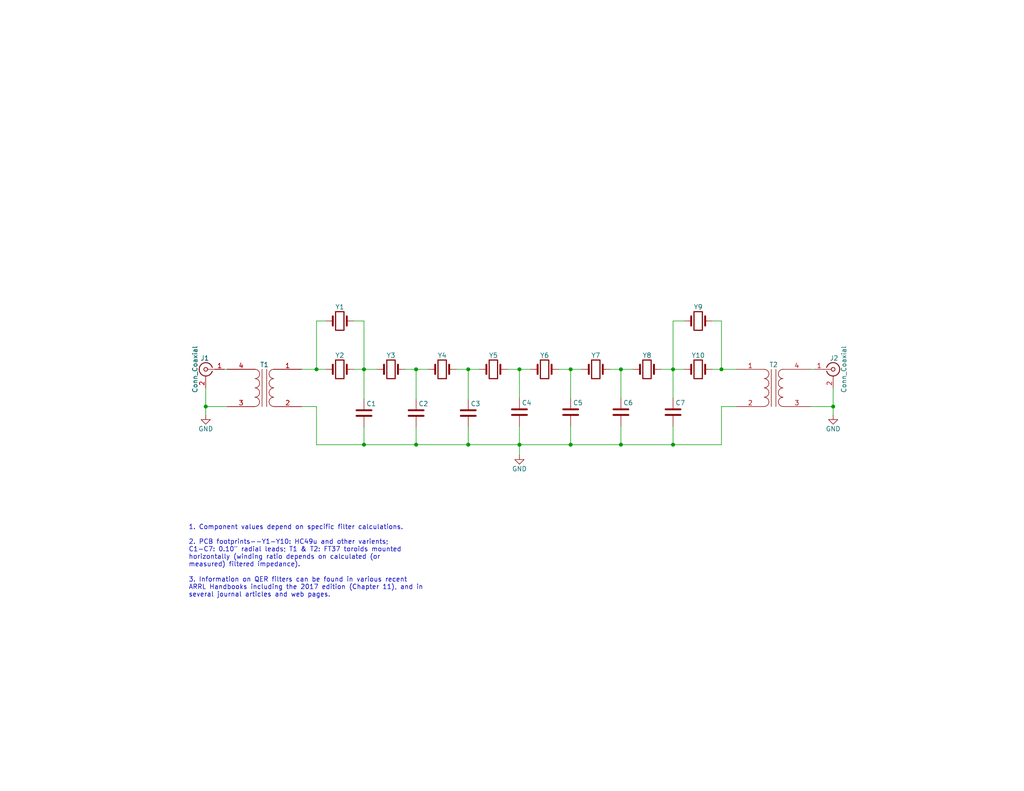
<source format=kicad_sch>
(kicad_sch (version 20211123) (generator eeschema)
  (paper "USLetter")
  (title_block (title "Quasi-Equiripple (QER) Crystal Filter") (date "2021-07-29") (rev "A"))
  (lib_symbols
    (symbol "Connector:Conn_Coaxial" (pin_names (offset 1.016) hide)
      (property "Reference" "J" (at 0.254 3.048 0))
      (property "Value" "Conn_Coaxial" (at 2.921 0 90))
      (symbol "Conn_Coaxial_0_1"
        (arc (start -1.778 -0.508) (mid 0.222 -1.808) (end 1.778 0) (stroke (width 0.254)))
        (polyline (pts (xy -2.54 0) (xy -0.508 0)))
        (polyline (pts (xy 0 -2.54) (xy 0 -1.778)))
        (circle (center 0 0) (radius 0.508) (stroke (width 0.2032)))
        (arc (start 1.778 0) (mid 0.222 1.8083) (end -1.778 0.508) (stroke (width 0.254)))
      )
      (symbol "Conn_Coaxial_1_1"
        (pin passive line (at -5.08 0 0) (length 2.54) (name "In") (number "1"))
        (pin passive line (at 0 -5.08 90) (length 2.54) (name "Ext") (number "2"))
      )
    )
    (symbol "Device:C" (pin_numbers hide) (pin_names (offset 0.254))
      (property "Reference" "C" (at 0.635 2.54 0))
      (property "Value" "C" (at 0.635 -2.54 0))
      (symbol "C_0_1"
        (polyline (pts (xy -2.032 -0.762) (xy 2.032 -0.762)) (stroke (width 0.508)))
        (polyline (pts (xy -2.032 0.762) (xy 2.032 0.762)) (stroke (width 0.508)))
      )
      (symbol "C_1_1"
        (pin passive line (at 0 3.81 270) (length 2.794) (name "~") (number "1"))
        (pin passive line (at 0 -3.81 90) (length 2.794) (name "~") (number "2"))
      )
    )
    (symbol "Device:Crystal" (pin_numbers hide) (pin_names (offset 1.016) hide)
      (property "Reference" "Y" (at 0 3.81 0))
      (property "Value" "Crystal" (at 0 -3.81 0))
      (symbol "Crystal_0_1"
        (rectangle (start -1.143 2.54) (end 1.143 -2.54) (stroke (width 0.3048)))
        (polyline (pts (xy -2.54 0) (xy -1.905 0)))
        (polyline (pts (xy -1.905 -1.27) (xy -1.905 1.27)) (stroke (width 0.508)))
        (polyline (pts (xy 1.905 -1.27) (xy 1.905 1.27)) (stroke (width 0.508)))
        (polyline (pts (xy 2.54 0) (xy 1.905 0)))
      )
      (symbol "Crystal_1_1"
        (pin passive line (at -3.81 0 0) (length 1.27) (name "1") (number "1"))
        (pin passive line (at 3.81 0 180) (length 1.27) (name "2") (number "2"))
      )
    )
    (symbol "Device:Transformer_1P_1S" (pin_names (offset 1.016) hide)
      (property "Reference" "T" (at 0 6.35 0))
      (property "Value" "Transformer_1P_1S" (at 0 -7.62 0))
      (symbol "Transformer_1P_1S_0_1"
        (arc (start -2.54 -5.0546) (mid -1.6561 -4.6863) (end -1.27 -3.81))
        (arc (start -2.54 -2.5146) (mid -1.6561 -2.1463) (end -1.27 -1.27))
        (arc (start -2.54 0.0254) (mid -1.6561 0.3937) (end -1.27 1.27))
        (arc (start -2.54 2.5654) (mid -1.6561 2.9337) (end -1.27 3.81))
        (arc (start -1.27 -3.81) (mid -1.642 -2.912) (end -2.54 -2.54))
        (arc (start -1.27 -1.27) (mid -1.642 -0.372) (end -2.54 0))
        (arc (start -1.27 1.27) (mid -1.642 2.168) (end -2.54 2.54))
        (arc (start -1.27 3.81) (mid -1.642 4.708) (end -2.54 5.08))
        (polyline (pts (xy -0.635 5.08) (xy -0.635 -5.08)))
        (polyline (pts (xy 0.635 -5.08) (xy 0.635 5.08)))
        (arc (start 1.2954 -1.27) (mid 1.6599 -2.1501) (end 2.54 -2.5146))
        (arc (start 1.2954 1.27) (mid 1.6599 0.3899) (end 2.54 0.0254))
        (arc (start 1.2954 3.81) (mid 1.6599 2.9299) (end 2.54 2.5654))
        (arc (start 1.3208 -3.81) (mid 1.6853 -4.6901) (end 2.5654 -5.0546))
        (arc (start 2.54 0) (mid 1.6456 -0.3683) (end 1.2954 -1.27))
        (arc (start 2.54 2.54) (mid 1.6456 2.1717) (end 1.2954 1.27))
        (arc (start 2.54 5.08) (mid 1.6456 4.7117) (end 1.2954 3.81))
        (arc (start 2.5654 -2.54) (mid 1.671 -2.9083) (end 1.3208 -3.81))
      )
      (symbol "Transformer_1P_1S_1_1"
        (pin passive line (at -10.16 5.08 0) (length 7.62) (name "AA") (number "1"))
        (pin passive line (at -10.16 -5.08 0) (length 7.62) (name "AB") (number "2"))
        (pin passive line (at 10.16 -5.08 180) (length 7.62) (name "SA") (number "3"))
        (pin passive line (at 10.16 5.08 180) (length 7.62) (name "SB") (number "4"))
      )
    )
    (symbol "power:GND" (power) (pin_names (offset 0))
      (property "Value" "GND" (at 0 -3.81 0))
      (symbol "GND_0_1"
        (polyline (pts (xy 0 0) (xy 0 -1.27) (xy 1.27 -1.27) (xy 0 -2.54) (xy -1.27 -1.27) (xy 0 -1.27)))
      )
      (symbol "GND_1_1"
        (pin power_in line (at 0 0 270) (length 0) hide (name "GND") (number "1"))
      )
    )
  )
  (junction (at 183.642 100.838))
  (junction (at 141.732 100.838))
  (junction (at 113.538 100.838))
  (junction (at 169.418 100.838))
  (junction (at 127.762 121.412))
  (junction (at 141.732 121.412))
  (junction (at 113.538 121.412))
  (junction (at 86.36 100.838))
  (junction (at 155.702 121.412))
  (junction (at 196.85 100.838))
  (junction (at 183.642 121.412))
  (junction (at 56.134 110.998))
  (junction (at 227.33 110.998))
  (junction (at 169.418 121.412))
  (junction (at 127.762 100.838))
  (junction (at 99.314 121.412))
  (junction (at 99.314 100.838))
  (junction (at 155.702 100.838))
  (wire (pts (xy 56.134 105.918) (xy 56.134 110.998)))
  (wire (pts (xy 196.85 87.63) (xy 196.85 100.838)))
  (wire (pts (xy 86.36 121.412) (xy 99.314 121.412)))
  (wire (pts (xy 86.36 87.63) (xy 86.36 100.838)))
  (wire (pts (xy 124.46 100.838) (xy 127.762 100.838)))
  (wire (pts (xy 141.732 100.838) (xy 144.78 100.838)))
  (wire (pts (xy 113.538 108.966) (xy 113.538 100.838)))
  (wire (pts (xy 86.36 110.998) (xy 86.36 121.412)))
  (wire (pts (xy 61.214 100.838) (xy 61.976 100.838)))
  (wire (pts (xy 127.762 116.586) (xy 127.762 121.412)))
  (wire (pts (xy 99.314 121.412) (xy 113.538 121.412)))
  (wire (pts (xy 169.418 100.838) (xy 172.72 100.838)))
  (wire (pts (xy 180.34 100.838) (xy 183.642 100.838)))
  (wire (pts (xy 99.314 100.838) (xy 102.87 100.838)))
  (wire (pts (xy 141.732 121.412) (xy 155.702 121.412)))
  (wire (pts (xy 227.33 105.918) (xy 227.33 110.998)))
  (wire (pts (xy 152.4 100.838) (xy 155.702 100.838)))
  (wire (pts (xy 183.642 121.412) (xy 183.642 116.332)))
  (wire (pts (xy 183.642 87.63) (xy 183.642 100.838)))
  (wire (pts (xy 183.642 108.712) (xy 183.642 100.838)))
  (wire (pts (xy 141.732 108.712) (xy 141.732 100.838)))
  (wire (pts (xy 169.418 108.712) (xy 169.418 100.838)))
  (wire (pts (xy 96.52 100.838) (xy 99.314 100.838)))
  (wire (pts (xy 113.538 116.586) (xy 113.538 121.412)))
  (wire (pts (xy 99.314 108.966) (xy 99.314 100.838)))
  (wire (pts (xy 82.296 110.998) (xy 86.36 110.998)))
  (wire (pts (xy 221.234 100.838) (xy 222.25 100.838)))
  (wire (pts (xy 227.33 110.998) (xy 221.234 110.998)))
  (wire (pts (xy 155.702 100.838) (xy 158.75 100.838)))
  (wire (pts (xy 110.49 100.838) (xy 113.538 100.838)))
  (wire (pts (xy 196.85 100.838) (xy 194.31 100.838)))
  (wire (pts (xy 141.732 116.332) (xy 141.732 121.412)))
  (wire (pts (xy 227.33 113.284) (xy 227.33 110.998)))
  (wire (pts (xy 82.296 100.838) (xy 86.36 100.838)))
  (wire (pts (xy 127.762 100.838) (xy 130.81 100.838)))
  (wire (pts (xy 141.732 124.206) (xy 141.732 121.412)))
  (wire (pts (xy 200.914 110.998) (xy 196.85 110.998)))
  (wire (pts (xy 99.314 87.63) (xy 99.314 100.838)))
  (wire (pts (xy 138.43 100.838) (xy 141.732 100.838)))
  (wire (pts (xy 155.702 121.412) (xy 169.418 121.412)))
  (wire (pts (xy 169.418 116.332) (xy 169.418 121.412)))
  (wire (pts (xy 186.69 87.63) (xy 183.642 87.63)))
  (wire (pts (xy 196.85 100.838) (xy 200.914 100.838)))
  (wire (pts (xy 155.702 116.332) (xy 155.702 121.412)))
  (wire (pts (xy 183.642 121.412) (xy 196.85 121.412)))
  (wire (pts (xy 86.36 100.838) (xy 88.9 100.838)))
  (wire (pts (xy 56.134 110.998) (xy 56.134 113.284)))
  (wire (pts (xy 166.37 100.838) (xy 169.418 100.838)))
  (wire (pts (xy 113.538 121.412) (xy 127.762 121.412)))
  (wire (pts (xy 127.762 108.966) (xy 127.762 100.838)))
  (wire (pts (xy 96.52 87.63) (xy 99.314 87.63)))
  (wire (pts (xy 183.642 100.838) (xy 186.69 100.838)))
  (wire (pts (xy 88.9 87.63) (xy 86.36 87.63)))
  (wire (pts (xy 127.762 121.412) (xy 141.732 121.412)))
  (wire (pts (xy 194.31 87.63) (xy 196.85 87.63)))
  (wire (pts (xy 196.85 121.412) (xy 196.85 110.998)))
  (wire (pts (xy 61.976 110.998) (xy 56.134 110.998)))
  (wire (pts (xy 99.314 116.586) (xy 99.314 121.412)))
  (wire (pts (xy 169.418 121.412) (xy 183.642 121.412)))
  (wire (pts (xy 155.702 108.712) (xy 155.702 100.838)))
  (wire (pts (xy 113.538 100.838) (xy 116.84 100.838)))
  (text "3. Information on QER filters can be found in various recent\nARRL Handbooks including the 2017 edition (Chapter 11), and in \nseveral journal articles and web pages. " (at 51.435 163.195 0) (effects (font (size 1.27 1.27)) (justify left bottom)))
  (text "2. PCB footprints--Y1-Y10: HC49u and other varients;\nC1-C7: 0.10\" radial leads; T1 & T2: FT37 toroids mounted\nhorizontally (winding ratio depends on calculated (or\nmeasured) filtered impedance). " (at 51.435 154.94 0) (effects (font (size 1.27 1.27)) (justify left bottom)))
  (text "1. Component values depend on specific filter calculations." (at 51.435 144.78 0) (effects (font (size 1.27 1.27)) (justify left bottom)))
  (symbol (lib_id "Device:Crystal") (at 92.71 100.838 0) (unit 1)
    (property "Reference" "Y2" (at 92.71 97.028 0))
    (property "Value" "Crystal" (effects hide))
    (property "Footprint" "Crystal:Crystal_HC49-U_Vertical" (effects hide))
  )
  (symbol (lib_id "Device:Crystal") (at 106.68 100.838 0) (unit 1)
    (property "Reference" "Y3" (at 106.68 97.028 0))
    (property "Value" "Crystal" (effects hide))
    (property "Footprint" "Crystal:Crystal_HC49-U_Vertical" (effects hide))
  )
  (symbol (lib_id "Device:Crystal") (at 120.65 100.838 0) (unit 1)
    (property "Reference" "Y4" (at 120.65 97.028 0))
    (property "Value" "Crystal" (effects hide))
    (property "Footprint" "Crystal:Crystal_HC49-U_Vertical" (effects hide))
  )
  (symbol (lib_id "Device:Crystal") (at 134.62 100.838 0) (unit 1)
    (property "Reference" "Y5" (at 134.62 97.028 0))
    (property "Value" "Crystal" (effects hide))
    (property "Footprint" "Crystal:Crystal_HC49-U_Vertical" (effects hide))
  )
  (symbol (lib_id "Device:Crystal") (at 148.59 100.838 0) (unit 1)
    (property "Reference" "Y6" (at 148.59 97.028 0))
    (property "Value" "Crystal" (effects hide))
    (property "Footprint" "Crystal:Crystal_HC49-U_Vertical" (effects hide))
  )
  (symbol (lib_id "Device:Crystal") (at 162.56 100.838 0) (unit 1)
    (property "Reference" "Y7" (at 162.56 97.028 0))
    (property "Value" "Crystal" (effects hide))
    (property "Footprint" "Crystal:Crystal_HC49-U_Vertical" (effects hide))
  )
  (symbol (lib_id "Device:Crystal") (at 176.53 100.838 0) (unit 1)
    (property "Reference" "Y8" (at 176.53 97.028 0))
    (property "Value" "Crystal" (effects hide))
    (property "Footprint" "Crystal:Crystal_HC49-U_Vertical" (effects hide))
  )
  (symbol (lib_id "Device:Crystal") (at 190.5 100.838 0) (unit 1)
    (property "Reference" "Y10" (at 190.5 97.028 0))
    (property "Value" "Crystal" (effects hide))
    (property "Footprint" "Crystal:Crystal_HC49-U_Vertical" (effects hide))
  )
  (symbol (lib_id "Device:Crystal") (at 190.5 87.63 0) (unit 1)
    (property "Reference" "Y9" (at 190.5 83.82 0))
    (property "Value" "Crystal" (effects hide))
    (property "Footprint" "Crystal:Crystal_HC49-U_Vertical" (effects hide))
  )
  (symbol (lib_id "Device:Crystal") (at 92.71 87.63 0) (unit 1)
    (property "Reference" "Y1" (at 92.71 83.82 0))
    (property "Value" "Crystal" (effects hide))
    (property "Footprint" "Crystal:Crystal_HC49-U_Vertical" (effects hide))
  )
  (symbol (lib_id "Device:C") (at 113.538 112.776 0) (unit 1)
    (property "Reference" "C2" (at 114.173 110.236 0) (effects (justify left)))
    (property "Value" "C" (effects hide))
    (property "Footprint" "Capacitor_THT:SR151A200JAR" (effects hide))
  )
  (symbol (lib_id "Device:C") (at 127.762 112.776 0) (unit 1)
    (property "Reference" "C3" (at 128.397 110.236 0) (effects (justify left)))
    (property "Value" "C" (effects hide))
    (property "Footprint" "Capacitor_THT:SR151A200JAR" (effects hide))
  )
  (symbol (lib_id "Device:C") (at 141.732 112.522 0) (unit 1)
    (property "Reference" "C4" (at 142.367 109.982 0) (effects (justify left)))
    (property "Value" "C" (effects hide))
    (property "Footprint" "Capacitor_THT:SR151A200JAR" (effects hide))
  )
  (symbol (lib_id "Device:C") (at 155.702 112.522 0) (unit 1)
    (property "Reference" "C5" (at 156.337 109.982 0) (effects (justify left)))
    (property "Value" "C" (effects hide))
    (property "Footprint" "Capacitor_THT:SR151A200JAR" (effects hide))
  )
  (symbol (lib_id "Device:C") (at 169.418 112.522 0) (unit 1)
    (property "Reference" "C6" (at 170.053 109.982 0) (effects (justify left)))
    (property "Value" "C" (effects hide))
    (property "Footprint" "Capacitor_THT:SR151A200JAR" (effects hide))
  )
  (symbol (lib_id "Device:C") (at 183.642 112.522 0) (unit 1)
    (property "Reference" "C7" (at 184.277 109.982 0) (effects (justify left)))
    (property "Value" "C" (effects hide))
    (property "Footprint" "Capacitor_THT:SR151A200JAR" (effects hide))
  )
  (symbol (lib_id "Device:C") (at 99.314 112.776 0) (unit 1)
    (property "Reference" "C1" (at 99.949 110.236 0) (effects (justify left)))
    (property "Value" "C" (effects hide))
    (property "Footprint" "Capacitor_THT:SR151A200JAR" (effects hide))
  )
  (symbol (lib_id "Device:Transformer_1P_1S") (at 211.074 105.918 0) (unit 1)
    (property "Reference" "T2" (at 211.074 99.568 0))
    (property "Value" "Transformer_1P_1S" (effects hide))
    (property "Footprint" "Transformer_THT:K7TFC_Impedance_Transformer_T37_Horiz" (effects hide))
  )
  (symbol (lib_id "Device:Transformer_1P_1S") (at 72.136 105.918 0) (mirror y) (unit 1)
    (property "Reference" "T1" (at 72.136 99.568 0))
    (property "Value" "Transformer_1P_1S" (effects hide))
    (property "Footprint" "Transformer_THT:K7TFC_Impedance_Transformer_T37_Horiz" (effects hide))
  )
  (symbol (lib_id "power:GND") (at 141.732 124.206 0) (unit 1)
    (property "Reference" "#PWR02" (effects hide))
    (property "Value" "GND" (at 141.732 128.016 0))
  )
  (symbol (lib_id "Connector:Conn_Coaxial") (at 227.33 100.838 0) (unit 1)
    (property "Reference" "J2" (at 227.584 97.79 0))
    (property "Value" "Conn_Coaxial" (at 230.251 100.838 90))
    (property "Footprint" "Connector_Coaxial:SMA_Samtec_SMA-J-P-X-ST-EM1_EdgeMount" (effects hide))
    (property "Datasheet" " ~" (effects hide))
  )
  (symbol (lib_id "Connector:Conn_Coaxial") (at 56.134 100.838 0) (mirror y) (unit 1)
    (property "Reference" "J1" (at 55.88 97.79 0))
    (property "Value" "Conn_Coaxial" (at 53.213 100.838 90))
    (property "Footprint" "Connector_Coaxial:SMA_Samtec_SMA-J-P-X-ST-EM1_EdgeMount" (effects hide))
    (property "Datasheet" " ~" (effects hide))
  )
  (symbol (lib_id "power:GND") (at 56.134 113.284 0) (unit 1)
    (property "Reference" "#PWR01" (effects hide))
    (property "Value" "GND" (at 56.134 117.094 0))
  )
  (symbol (lib_id "power:GND") (at 227.33 113.284 0) (unit 1)
    (property "Reference" "#PWR03" (effects hide))
    (property "Value" "GND" (at 227.33 117.094 0))
  )
)
</source>
